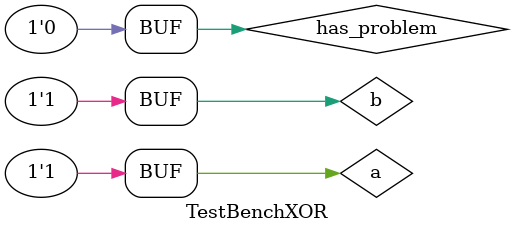
<source format=v>
module TestBenchXOR(
);
    reg a,b;
    reg has_problem=0;
    initial begin
    
        a=0;
        b=0;
        #100
        if (x.ans !==0)begin
            has_problem=1;
            $display("have problem on calc 0 0");
            end
       
        a=1;
        b=0;
        #100
        if (x.ans !==1)begin
            has_problem=1;
            $display("have problem on calc 1 0");
            end
       
        a=0;
        b=1;
        #100
        if (x.ans !==1)begin
            has_problem=1;
            $display("have problem on calc 0 1");
            end
            
        a=1;
        b=1;
        #100
        if (x.ans !==0)begin
            has_problem=1;
            $display("have problem on calc 1 1");
            end
            
        if (has_problem === 0)
            $display("everything is ok");  
            
    end
    
    XOR x(.A(a),.B(b),.ans());
endmodule    
</source>
